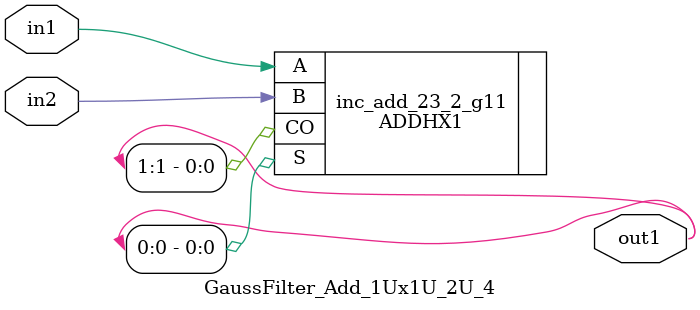
<source format=v>
`timescale 1ps / 1ps


module GaussFilter_Add_1Ux1U_2U_4(in2, in1, out1);
  input in2, in1;
  output [1:0] out1;
  wire in2, in1;
  wire [1:0] out1;
  ADDHX1 inc_add_23_2_g11(.A (in1), .B (in2), .CO (out1[1]), .S
       (out1[0]));
endmodule



</source>
